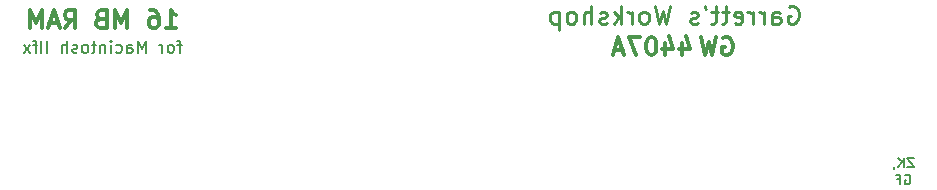
<source format=gbo>
G04 #@! TF.GenerationSoftware,KiCad,Pcbnew,(5.1.10-1-10_14)*
G04 #@! TF.CreationDate,2021-07-01T19:14:09-04:00*
G04 #@! TF.ProjectId,MacIIfxRAMSIMM,4d616349-4966-4785-9241-4d53494d4d2e,rev?*
G04 #@! TF.SameCoordinates,Original*
G04 #@! TF.FileFunction,Legend,Bot*
G04 #@! TF.FilePolarity,Positive*
%FSLAX46Y46*%
G04 Gerber Fmt 4.6, Leading zero omitted, Abs format (unit mm)*
G04 Created by KiCad (PCBNEW (5.1.10-1-10_14)) date 2021-07-01 19:14:09*
%MOMM*%
%LPD*%
G01*
G04 APERTURE LIST*
%ADD10C,0.203200*%
%ADD11C,0.225000*%
%ADD12C,0.300000*%
%ADD13C,0.175000*%
%ADD14C,2.150000*%
G04 APERTURE END LIST*
D10*
X166224857Y-124446695D02*
X165682990Y-124446695D01*
X166224857Y-125259495D01*
X165682990Y-125259495D01*
X165373352Y-125259495D02*
X165373352Y-124446695D01*
X164908895Y-125259495D02*
X165257238Y-124795038D01*
X164908895Y-124446695D02*
X165373352Y-124911152D01*
X164521847Y-125220790D02*
X164521847Y-125259495D01*
X164560552Y-125336904D01*
X164599257Y-125375609D01*
X165489466Y-125907800D02*
X165566876Y-125869095D01*
X165682990Y-125869095D01*
X165799104Y-125907800D01*
X165876514Y-125985209D01*
X165915219Y-126062619D01*
X165953923Y-126217438D01*
X165953923Y-126333552D01*
X165915219Y-126488371D01*
X165876514Y-126565780D01*
X165799104Y-126643190D01*
X165682990Y-126681895D01*
X165605580Y-126681895D01*
X165489466Y-126643190D01*
X165450761Y-126604485D01*
X165450761Y-126333552D01*
X165605580Y-126333552D01*
X164831485Y-126256142D02*
X165102419Y-126256142D01*
X165102419Y-126681895D02*
X165102419Y-125869095D01*
X164715371Y-125869095D01*
D11*
X155638500Y-111633000D02*
X155783642Y-111560428D01*
X156001357Y-111560428D01*
X156219071Y-111633000D01*
X156364214Y-111778142D01*
X156436785Y-111923285D01*
X156509357Y-112213571D01*
X156509357Y-112431285D01*
X156436785Y-112721571D01*
X156364214Y-112866714D01*
X156219071Y-113011857D01*
X156001357Y-113084428D01*
X155856214Y-113084428D01*
X155638500Y-113011857D01*
X155565928Y-112939285D01*
X155565928Y-112431285D01*
X155856214Y-112431285D01*
X154259642Y-113084428D02*
X154259642Y-112286142D01*
X154332214Y-112141000D01*
X154477357Y-112068428D01*
X154767642Y-112068428D01*
X154912785Y-112141000D01*
X154259642Y-113011857D02*
X154404785Y-113084428D01*
X154767642Y-113084428D01*
X154912785Y-113011857D01*
X154985357Y-112866714D01*
X154985357Y-112721571D01*
X154912785Y-112576428D01*
X154767642Y-112503857D01*
X154404785Y-112503857D01*
X154259642Y-112431285D01*
X153533928Y-113084428D02*
X153533928Y-112068428D01*
X153533928Y-112358714D02*
X153461357Y-112213571D01*
X153388785Y-112141000D01*
X153243642Y-112068428D01*
X153098500Y-112068428D01*
X152590500Y-113084428D02*
X152590500Y-112068428D01*
X152590500Y-112358714D02*
X152517928Y-112213571D01*
X152445357Y-112141000D01*
X152300214Y-112068428D01*
X152155071Y-112068428D01*
X151066500Y-113011857D02*
X151211642Y-113084428D01*
X151501928Y-113084428D01*
X151647071Y-113011857D01*
X151719642Y-112866714D01*
X151719642Y-112286142D01*
X151647071Y-112141000D01*
X151501928Y-112068428D01*
X151211642Y-112068428D01*
X151066500Y-112141000D01*
X150993928Y-112286142D01*
X150993928Y-112431285D01*
X151719642Y-112576428D01*
X150558500Y-112068428D02*
X149977928Y-112068428D01*
X150340785Y-111560428D02*
X150340785Y-112866714D01*
X150268214Y-113011857D01*
X150123071Y-113084428D01*
X149977928Y-113084428D01*
X149687642Y-112068428D02*
X149107071Y-112068428D01*
X149469928Y-111560428D02*
X149469928Y-112866714D01*
X149397357Y-113011857D01*
X149252214Y-113084428D01*
X149107071Y-113084428D01*
X148526500Y-111560428D02*
X148526500Y-111633000D01*
X148599071Y-111778142D01*
X148671642Y-111850714D01*
X147945928Y-113011857D02*
X147800785Y-113084428D01*
X147510500Y-113084428D01*
X147365357Y-113011857D01*
X147292785Y-112866714D01*
X147292785Y-112794142D01*
X147365357Y-112649000D01*
X147510500Y-112576428D01*
X147728214Y-112576428D01*
X147873357Y-112503857D01*
X147945928Y-112358714D01*
X147945928Y-112286142D01*
X147873357Y-112141000D01*
X147728214Y-112068428D01*
X147510500Y-112068428D01*
X147365357Y-112141000D01*
X145623642Y-111560428D02*
X145260785Y-113084428D01*
X144970500Y-111995857D01*
X144680214Y-113084428D01*
X144317357Y-111560428D01*
X143519071Y-113084428D02*
X143664214Y-113011857D01*
X143736785Y-112939285D01*
X143809357Y-112794142D01*
X143809357Y-112358714D01*
X143736785Y-112213571D01*
X143664214Y-112141000D01*
X143519071Y-112068428D01*
X143301357Y-112068428D01*
X143156214Y-112141000D01*
X143083642Y-112213571D01*
X143011071Y-112358714D01*
X143011071Y-112794142D01*
X143083642Y-112939285D01*
X143156214Y-113011857D01*
X143301357Y-113084428D01*
X143519071Y-113084428D01*
X142357928Y-113084428D02*
X142357928Y-112068428D01*
X142357928Y-112358714D02*
X142285357Y-112213571D01*
X142212785Y-112141000D01*
X142067642Y-112068428D01*
X141922500Y-112068428D01*
X141414500Y-113084428D02*
X141414500Y-111560428D01*
X141269357Y-112503857D02*
X140833928Y-113084428D01*
X140833928Y-112068428D02*
X141414500Y-112649000D01*
X140253357Y-113011857D02*
X140108214Y-113084428D01*
X139817928Y-113084428D01*
X139672785Y-113011857D01*
X139600214Y-112866714D01*
X139600214Y-112794142D01*
X139672785Y-112649000D01*
X139817928Y-112576428D01*
X140035642Y-112576428D01*
X140180785Y-112503857D01*
X140253357Y-112358714D01*
X140253357Y-112286142D01*
X140180785Y-112141000D01*
X140035642Y-112068428D01*
X139817928Y-112068428D01*
X139672785Y-112141000D01*
X138947071Y-113084428D02*
X138947071Y-111560428D01*
X138293928Y-113084428D02*
X138293928Y-112286142D01*
X138366500Y-112141000D01*
X138511642Y-112068428D01*
X138729357Y-112068428D01*
X138874500Y-112141000D01*
X138947071Y-112213571D01*
X137350500Y-113084428D02*
X137495642Y-113011857D01*
X137568214Y-112939285D01*
X137640785Y-112794142D01*
X137640785Y-112358714D01*
X137568214Y-112213571D01*
X137495642Y-112141000D01*
X137350500Y-112068428D01*
X137132785Y-112068428D01*
X136987642Y-112141000D01*
X136915071Y-112213571D01*
X136842500Y-112358714D01*
X136842500Y-112794142D01*
X136915071Y-112939285D01*
X136987642Y-113011857D01*
X137132785Y-113084428D01*
X137350500Y-113084428D01*
X136189357Y-112068428D02*
X136189357Y-113592428D01*
X136189357Y-112141000D02*
X136044214Y-112068428D01*
X135753928Y-112068428D01*
X135608785Y-112141000D01*
X135536214Y-112213571D01*
X135463642Y-112358714D01*
X135463642Y-112794142D01*
X135536214Y-112939285D01*
X135608785Y-113011857D01*
X135753928Y-113084428D01*
X136044214Y-113084428D01*
X136189357Y-113011857D01*
D12*
X150072642Y-114312000D02*
X150215499Y-114240571D01*
X150429785Y-114240571D01*
X150644071Y-114312000D01*
X150786928Y-114454857D01*
X150858356Y-114597714D01*
X150929785Y-114883428D01*
X150929785Y-115097714D01*
X150858356Y-115383428D01*
X150786928Y-115526285D01*
X150644071Y-115669142D01*
X150429785Y-115740571D01*
X150286928Y-115740571D01*
X150072642Y-115669142D01*
X150001214Y-115597714D01*
X150001214Y-115097714D01*
X150286928Y-115097714D01*
X149501214Y-114240571D02*
X149144071Y-115740571D01*
X148858356Y-114669142D01*
X148572642Y-115740571D01*
X148215499Y-114240571D01*
D10*
X104260952Y-114869685D02*
X103873904Y-114869685D01*
X104115809Y-115547019D02*
X104115809Y-114676161D01*
X104067428Y-114579400D01*
X103970666Y-114531019D01*
X103873904Y-114531019D01*
X103390095Y-115547019D02*
X103486857Y-115498638D01*
X103535238Y-115450257D01*
X103583619Y-115353495D01*
X103583619Y-115063209D01*
X103535238Y-114966447D01*
X103486857Y-114918066D01*
X103390095Y-114869685D01*
X103244952Y-114869685D01*
X103148190Y-114918066D01*
X103099809Y-114966447D01*
X103051428Y-115063209D01*
X103051428Y-115353495D01*
X103099809Y-115450257D01*
X103148190Y-115498638D01*
X103244952Y-115547019D01*
X103390095Y-115547019D01*
X102616000Y-115547019D02*
X102616000Y-114869685D01*
X102616000Y-115063209D02*
X102567619Y-114966447D01*
X102519238Y-114918066D01*
X102422476Y-114869685D01*
X102325714Y-114869685D01*
X101212952Y-115547019D02*
X101212952Y-114531019D01*
X100874285Y-115256733D01*
X100535619Y-114531019D01*
X100535619Y-115547019D01*
X99616380Y-115547019D02*
X99616380Y-115014828D01*
X99664761Y-114918066D01*
X99761523Y-114869685D01*
X99955047Y-114869685D01*
X100051809Y-114918066D01*
X99616380Y-115498638D02*
X99713142Y-115547019D01*
X99955047Y-115547019D01*
X100051809Y-115498638D01*
X100100190Y-115401876D01*
X100100190Y-115305114D01*
X100051809Y-115208352D01*
X99955047Y-115159971D01*
X99713142Y-115159971D01*
X99616380Y-115111590D01*
X98697142Y-115498638D02*
X98793904Y-115547019D01*
X98987428Y-115547019D01*
X99084190Y-115498638D01*
X99132571Y-115450257D01*
X99180952Y-115353495D01*
X99180952Y-115063209D01*
X99132571Y-114966447D01*
X99084190Y-114918066D01*
X98987428Y-114869685D01*
X98793904Y-114869685D01*
X98697142Y-114918066D01*
X98261714Y-115547019D02*
X98261714Y-114869685D01*
X98261714Y-114531019D02*
X98310095Y-114579400D01*
X98261714Y-114627780D01*
X98213333Y-114579400D01*
X98261714Y-114531019D01*
X98261714Y-114627780D01*
X97777904Y-114869685D02*
X97777904Y-115547019D01*
X97777904Y-114966447D02*
X97729523Y-114918066D01*
X97632761Y-114869685D01*
X97487619Y-114869685D01*
X97390857Y-114918066D01*
X97342476Y-115014828D01*
X97342476Y-115547019D01*
X97003809Y-114869685D02*
X96616761Y-114869685D01*
X96858666Y-114531019D02*
X96858666Y-115401876D01*
X96810285Y-115498638D01*
X96713523Y-115547019D01*
X96616761Y-115547019D01*
X96132952Y-115547019D02*
X96229714Y-115498638D01*
X96278095Y-115450257D01*
X96326476Y-115353495D01*
X96326476Y-115063209D01*
X96278095Y-114966447D01*
X96229714Y-114918066D01*
X96132952Y-114869685D01*
X95987809Y-114869685D01*
X95891047Y-114918066D01*
X95842666Y-114966447D01*
X95794285Y-115063209D01*
X95794285Y-115353495D01*
X95842666Y-115450257D01*
X95891047Y-115498638D01*
X95987809Y-115547019D01*
X96132952Y-115547019D01*
X95407238Y-115498638D02*
X95310476Y-115547019D01*
X95116952Y-115547019D01*
X95020190Y-115498638D01*
X94971809Y-115401876D01*
X94971809Y-115353495D01*
X95020190Y-115256733D01*
X95116952Y-115208352D01*
X95262095Y-115208352D01*
X95358857Y-115159971D01*
X95407238Y-115063209D01*
X95407238Y-115014828D01*
X95358857Y-114918066D01*
X95262095Y-114869685D01*
X95116952Y-114869685D01*
X95020190Y-114918066D01*
X94536380Y-115547019D02*
X94536380Y-114531019D01*
X94100952Y-115547019D02*
X94100952Y-115014828D01*
X94149333Y-114918066D01*
X94246095Y-114869685D01*
X94391238Y-114869685D01*
X94488000Y-114918066D01*
X94536380Y-114966447D01*
X92843047Y-115547019D02*
X92843047Y-114531019D01*
X92359238Y-115547019D02*
X92359238Y-114531019D01*
X92020571Y-114869685D02*
X91633523Y-114869685D01*
X91875428Y-115547019D02*
X91875428Y-114676161D01*
X91827047Y-114579400D01*
X91730285Y-114531019D01*
X91633523Y-114531019D01*
X91391619Y-115547019D02*
X90859428Y-114869685D01*
X91391619Y-114869685D02*
X90859428Y-115547019D01*
D12*
X102906285Y-113465428D02*
X103777142Y-113465428D01*
X103341714Y-113465428D02*
X103341714Y-111941428D01*
X103486857Y-112159142D01*
X103632000Y-112304285D01*
X103777142Y-112376857D01*
X101600000Y-111941428D02*
X101890285Y-111941428D01*
X102035428Y-112014000D01*
X102108000Y-112086571D01*
X102253142Y-112304285D01*
X102325714Y-112594571D01*
X102325714Y-113175142D01*
X102253142Y-113320285D01*
X102180571Y-113392857D01*
X102035428Y-113465428D01*
X101745142Y-113465428D01*
X101600000Y-113392857D01*
X101527428Y-113320285D01*
X101454857Y-113175142D01*
X101454857Y-112812285D01*
X101527428Y-112667142D01*
X101600000Y-112594571D01*
X101745142Y-112522000D01*
X102035428Y-112522000D01*
X102180571Y-112594571D01*
X102253142Y-112667142D01*
X102325714Y-112812285D01*
X99640571Y-113465428D02*
X99640571Y-111941428D01*
X99132571Y-113030000D01*
X98624571Y-111941428D01*
X98624571Y-113465428D01*
X97390857Y-112667142D02*
X97173142Y-112739714D01*
X97100571Y-112812285D01*
X97028000Y-112957428D01*
X97028000Y-113175142D01*
X97100571Y-113320285D01*
X97173142Y-113392857D01*
X97318285Y-113465428D01*
X97898857Y-113465428D01*
X97898857Y-111941428D01*
X97390857Y-111941428D01*
X97245714Y-112014000D01*
X97173142Y-112086571D01*
X97100571Y-112231714D01*
X97100571Y-112376857D01*
X97173142Y-112522000D01*
X97245714Y-112594571D01*
X97390857Y-112667142D01*
X97898857Y-112667142D01*
X94342857Y-113465428D02*
X94850857Y-112739714D01*
X95213714Y-113465428D02*
X95213714Y-111941428D01*
X94633142Y-111941428D01*
X94488000Y-112014000D01*
X94415428Y-112086571D01*
X94342857Y-112231714D01*
X94342857Y-112449428D01*
X94415428Y-112594571D01*
X94488000Y-112667142D01*
X94633142Y-112739714D01*
X95213714Y-112739714D01*
X93762285Y-113030000D02*
X93036571Y-113030000D01*
X93907428Y-113465428D02*
X93399428Y-111941428D01*
X92891428Y-113465428D01*
X92383428Y-113465428D02*
X92383428Y-111941428D01*
X91875428Y-113030000D01*
X91367428Y-111941428D01*
X91367428Y-113465428D01*
X146590786Y-114740571D02*
X146590786Y-115740571D01*
X146947928Y-114169142D02*
X147305071Y-115240571D01*
X146376500Y-115240571D01*
X145162214Y-114740571D02*
X145162214Y-115740571D01*
X145519357Y-114169142D02*
X145876500Y-115240571D01*
X144947928Y-115240571D01*
X144090786Y-114240571D02*
X143947928Y-114240571D01*
X143805071Y-114312000D01*
X143733643Y-114383428D01*
X143662214Y-114526285D01*
X143590786Y-114812000D01*
X143590786Y-115169142D01*
X143662214Y-115454857D01*
X143733643Y-115597714D01*
X143805071Y-115669142D01*
X143947928Y-115740571D01*
X144090786Y-115740571D01*
X144233643Y-115669142D01*
X144305071Y-115597714D01*
X144376500Y-115454857D01*
X144447928Y-115169142D01*
X144447928Y-114812000D01*
X144376500Y-114526285D01*
X144305071Y-114383428D01*
X144233643Y-114312000D01*
X144090786Y-114240571D01*
X143090786Y-114240571D02*
X142090786Y-114240571D01*
X142733643Y-115740571D01*
X141590786Y-115312000D02*
X140876500Y-115312000D01*
X141733643Y-115740571D02*
X141233643Y-114240571D01*
X140733643Y-115740571D01*
%LPC*%
D13*
G36*
X117475000Y-127635000D02*
G01*
X78105000Y-127635000D01*
X77597000Y-125031500D01*
X117983000Y-125031500D01*
X117475000Y-127635000D01*
G37*
X117475000Y-127635000D02*
X78105000Y-127635000D01*
X77597000Y-125031500D01*
X117983000Y-125031500D01*
X117475000Y-127635000D01*
G36*
X163195000Y-127635000D02*
G01*
X123825000Y-127635000D01*
X123317000Y-125031500D01*
X163703000Y-125031500D01*
X163195000Y-127635000D01*
G37*
X163195000Y-127635000D02*
X123825000Y-127635000D01*
X123317000Y-125031500D01*
X163703000Y-125031500D01*
X163195000Y-127635000D01*
D14*
X73406000Y-103886000D03*
G36*
G01*
X162599300Y-127233440D02*
X162599300Y-124988560D01*
G75*
G02*
X163075860Y-124512000I476560J0D01*
G01*
X163314140Y-124512000D01*
G75*
G02*
X163790700Y-124988560I0J-476560D01*
G01*
X163790700Y-127233440D01*
G75*
G02*
X163314140Y-127710000I-476560J0D01*
G01*
X163075860Y-127710000D01*
G75*
G02*
X162599300Y-127233440I0J476560D01*
G01*
G37*
G36*
G01*
X161329300Y-127233440D02*
X161329300Y-124988560D01*
G75*
G02*
X161805860Y-124512000I476560J0D01*
G01*
X162044140Y-124512000D01*
G75*
G02*
X162520700Y-124988560I0J-476560D01*
G01*
X162520700Y-127233440D01*
G75*
G02*
X162044140Y-127710000I-476560J0D01*
G01*
X161805860Y-127710000D01*
G75*
G02*
X161329300Y-127233440I0J476560D01*
G01*
G37*
G36*
G01*
X160059300Y-127233440D02*
X160059300Y-124988560D01*
G75*
G02*
X160535860Y-124512000I476560J0D01*
G01*
X160774140Y-124512000D01*
G75*
G02*
X161250700Y-124988560I0J-476560D01*
G01*
X161250700Y-127233440D01*
G75*
G02*
X160774140Y-127710000I-476560J0D01*
G01*
X160535860Y-127710000D01*
G75*
G02*
X160059300Y-127233440I0J476560D01*
G01*
G37*
G36*
G01*
X158789300Y-127233440D02*
X158789300Y-124988560D01*
G75*
G02*
X159265860Y-124512000I476560J0D01*
G01*
X159504140Y-124512000D01*
G75*
G02*
X159980700Y-124988560I0J-476560D01*
G01*
X159980700Y-127233440D01*
G75*
G02*
X159504140Y-127710000I-476560J0D01*
G01*
X159265860Y-127710000D01*
G75*
G02*
X158789300Y-127233440I0J476560D01*
G01*
G37*
G36*
G01*
X157519300Y-127233440D02*
X157519300Y-124988560D01*
G75*
G02*
X157995860Y-124512000I476560J0D01*
G01*
X158234140Y-124512000D01*
G75*
G02*
X158710700Y-124988560I0J-476560D01*
G01*
X158710700Y-127233440D01*
G75*
G02*
X158234140Y-127710000I-476560J0D01*
G01*
X157995860Y-127710000D01*
G75*
G02*
X157519300Y-127233440I0J476560D01*
G01*
G37*
G36*
G01*
X156249300Y-127233440D02*
X156249300Y-124988560D01*
G75*
G02*
X156725860Y-124512000I476560J0D01*
G01*
X156964140Y-124512000D01*
G75*
G02*
X157440700Y-124988560I0J-476560D01*
G01*
X157440700Y-127233440D01*
G75*
G02*
X156964140Y-127710000I-476560J0D01*
G01*
X156725860Y-127710000D01*
G75*
G02*
X156249300Y-127233440I0J476560D01*
G01*
G37*
G36*
G01*
X154979300Y-127233440D02*
X154979300Y-124988560D01*
G75*
G02*
X155455860Y-124512000I476560J0D01*
G01*
X155694140Y-124512000D01*
G75*
G02*
X156170700Y-124988560I0J-476560D01*
G01*
X156170700Y-127233440D01*
G75*
G02*
X155694140Y-127710000I-476560J0D01*
G01*
X155455860Y-127710000D01*
G75*
G02*
X154979300Y-127233440I0J476560D01*
G01*
G37*
G36*
G01*
X153709300Y-127233440D02*
X153709300Y-124988560D01*
G75*
G02*
X154185860Y-124512000I476560J0D01*
G01*
X154424140Y-124512000D01*
G75*
G02*
X154900700Y-124988560I0J-476560D01*
G01*
X154900700Y-127233440D01*
G75*
G02*
X154424140Y-127710000I-476560J0D01*
G01*
X154185860Y-127710000D01*
G75*
G02*
X153709300Y-127233440I0J476560D01*
G01*
G37*
G36*
G01*
X152439300Y-127233440D02*
X152439300Y-124988560D01*
G75*
G02*
X152915860Y-124512000I476560J0D01*
G01*
X153154140Y-124512000D01*
G75*
G02*
X153630700Y-124988560I0J-476560D01*
G01*
X153630700Y-127233440D01*
G75*
G02*
X153154140Y-127710000I-476560J0D01*
G01*
X152915860Y-127710000D01*
G75*
G02*
X152439300Y-127233440I0J476560D01*
G01*
G37*
G36*
G01*
X151169300Y-127233440D02*
X151169300Y-124988560D01*
G75*
G02*
X151645860Y-124512000I476560J0D01*
G01*
X151884140Y-124512000D01*
G75*
G02*
X152360700Y-124988560I0J-476560D01*
G01*
X152360700Y-127233440D01*
G75*
G02*
X151884140Y-127710000I-476560J0D01*
G01*
X151645860Y-127710000D01*
G75*
G02*
X151169300Y-127233440I0J476560D01*
G01*
G37*
G36*
G01*
X149899300Y-127233440D02*
X149899300Y-124988560D01*
G75*
G02*
X150375860Y-124512000I476560J0D01*
G01*
X150614140Y-124512000D01*
G75*
G02*
X151090700Y-124988560I0J-476560D01*
G01*
X151090700Y-127233440D01*
G75*
G02*
X150614140Y-127710000I-476560J0D01*
G01*
X150375860Y-127710000D01*
G75*
G02*
X149899300Y-127233440I0J476560D01*
G01*
G37*
G36*
G01*
X148629300Y-127233440D02*
X148629300Y-124988560D01*
G75*
G02*
X149105860Y-124512000I476560J0D01*
G01*
X149344140Y-124512000D01*
G75*
G02*
X149820700Y-124988560I0J-476560D01*
G01*
X149820700Y-127233440D01*
G75*
G02*
X149344140Y-127710000I-476560J0D01*
G01*
X149105860Y-127710000D01*
G75*
G02*
X148629300Y-127233440I0J476560D01*
G01*
G37*
G36*
G01*
X147359300Y-127233440D02*
X147359300Y-124988560D01*
G75*
G02*
X147835860Y-124512000I476560J0D01*
G01*
X148074140Y-124512000D01*
G75*
G02*
X148550700Y-124988560I0J-476560D01*
G01*
X148550700Y-127233440D01*
G75*
G02*
X148074140Y-127710000I-476560J0D01*
G01*
X147835860Y-127710000D01*
G75*
G02*
X147359300Y-127233440I0J476560D01*
G01*
G37*
G36*
G01*
X146089300Y-127233440D02*
X146089300Y-124988560D01*
G75*
G02*
X146565860Y-124512000I476560J0D01*
G01*
X146804140Y-124512000D01*
G75*
G02*
X147280700Y-124988560I0J-476560D01*
G01*
X147280700Y-127233440D01*
G75*
G02*
X146804140Y-127710000I-476560J0D01*
G01*
X146565860Y-127710000D01*
G75*
G02*
X146089300Y-127233440I0J476560D01*
G01*
G37*
G36*
G01*
X144819300Y-127233440D02*
X144819300Y-124988560D01*
G75*
G02*
X145295860Y-124512000I476560J0D01*
G01*
X145534140Y-124512000D01*
G75*
G02*
X146010700Y-124988560I0J-476560D01*
G01*
X146010700Y-127233440D01*
G75*
G02*
X145534140Y-127710000I-476560J0D01*
G01*
X145295860Y-127710000D01*
G75*
G02*
X144819300Y-127233440I0J476560D01*
G01*
G37*
G36*
G01*
X143549300Y-127233440D02*
X143549300Y-124988560D01*
G75*
G02*
X144025860Y-124512000I476560J0D01*
G01*
X144264140Y-124512000D01*
G75*
G02*
X144740700Y-124988560I0J-476560D01*
G01*
X144740700Y-127233440D01*
G75*
G02*
X144264140Y-127710000I-476560J0D01*
G01*
X144025860Y-127710000D01*
G75*
G02*
X143549300Y-127233440I0J476560D01*
G01*
G37*
G36*
G01*
X142279300Y-127233440D02*
X142279300Y-124988560D01*
G75*
G02*
X142755860Y-124512000I476560J0D01*
G01*
X142994140Y-124512000D01*
G75*
G02*
X143470700Y-124988560I0J-476560D01*
G01*
X143470700Y-127233440D01*
G75*
G02*
X142994140Y-127710000I-476560J0D01*
G01*
X142755860Y-127710000D01*
G75*
G02*
X142279300Y-127233440I0J476560D01*
G01*
G37*
G36*
G01*
X141009300Y-127233440D02*
X141009300Y-124988560D01*
G75*
G02*
X141485860Y-124512000I476560J0D01*
G01*
X141724140Y-124512000D01*
G75*
G02*
X142200700Y-124988560I0J-476560D01*
G01*
X142200700Y-127233440D01*
G75*
G02*
X141724140Y-127710000I-476560J0D01*
G01*
X141485860Y-127710000D01*
G75*
G02*
X141009300Y-127233440I0J476560D01*
G01*
G37*
G36*
G01*
X139739300Y-127233440D02*
X139739300Y-124988560D01*
G75*
G02*
X140215860Y-124512000I476560J0D01*
G01*
X140454140Y-124512000D01*
G75*
G02*
X140930700Y-124988560I0J-476560D01*
G01*
X140930700Y-127233440D01*
G75*
G02*
X140454140Y-127710000I-476560J0D01*
G01*
X140215860Y-127710000D01*
G75*
G02*
X139739300Y-127233440I0J476560D01*
G01*
G37*
G36*
G01*
X138469300Y-127233440D02*
X138469300Y-124988560D01*
G75*
G02*
X138945860Y-124512000I476560J0D01*
G01*
X139184140Y-124512000D01*
G75*
G02*
X139660700Y-124988560I0J-476560D01*
G01*
X139660700Y-127233440D01*
G75*
G02*
X139184140Y-127710000I-476560J0D01*
G01*
X138945860Y-127710000D01*
G75*
G02*
X138469300Y-127233440I0J476560D01*
G01*
G37*
G36*
G01*
X137199300Y-127233440D02*
X137199300Y-124988560D01*
G75*
G02*
X137675860Y-124512000I476560J0D01*
G01*
X137914140Y-124512000D01*
G75*
G02*
X138390700Y-124988560I0J-476560D01*
G01*
X138390700Y-127233440D01*
G75*
G02*
X137914140Y-127710000I-476560J0D01*
G01*
X137675860Y-127710000D01*
G75*
G02*
X137199300Y-127233440I0J476560D01*
G01*
G37*
G36*
G01*
X135929300Y-127233440D02*
X135929300Y-124988560D01*
G75*
G02*
X136405860Y-124512000I476560J0D01*
G01*
X136644140Y-124512000D01*
G75*
G02*
X137120700Y-124988560I0J-476560D01*
G01*
X137120700Y-127233440D01*
G75*
G02*
X136644140Y-127710000I-476560J0D01*
G01*
X136405860Y-127710000D01*
G75*
G02*
X135929300Y-127233440I0J476560D01*
G01*
G37*
G36*
G01*
X134659300Y-127233440D02*
X134659300Y-124988560D01*
G75*
G02*
X135135860Y-124512000I476560J0D01*
G01*
X135374140Y-124512000D01*
G75*
G02*
X135850700Y-124988560I0J-476560D01*
G01*
X135850700Y-127233440D01*
G75*
G02*
X135374140Y-127710000I-476560J0D01*
G01*
X135135860Y-127710000D01*
G75*
G02*
X134659300Y-127233440I0J476560D01*
G01*
G37*
G36*
G01*
X133389300Y-127233440D02*
X133389300Y-124988560D01*
G75*
G02*
X133865860Y-124512000I476560J0D01*
G01*
X134104140Y-124512000D01*
G75*
G02*
X134580700Y-124988560I0J-476560D01*
G01*
X134580700Y-127233440D01*
G75*
G02*
X134104140Y-127710000I-476560J0D01*
G01*
X133865860Y-127710000D01*
G75*
G02*
X133389300Y-127233440I0J476560D01*
G01*
G37*
G36*
G01*
X132119300Y-127233440D02*
X132119300Y-124988560D01*
G75*
G02*
X132595860Y-124512000I476560J0D01*
G01*
X132834140Y-124512000D01*
G75*
G02*
X133310700Y-124988560I0J-476560D01*
G01*
X133310700Y-127233440D01*
G75*
G02*
X132834140Y-127710000I-476560J0D01*
G01*
X132595860Y-127710000D01*
G75*
G02*
X132119300Y-127233440I0J476560D01*
G01*
G37*
G36*
G01*
X130849300Y-127233440D02*
X130849300Y-124988560D01*
G75*
G02*
X131325860Y-124512000I476560J0D01*
G01*
X131564140Y-124512000D01*
G75*
G02*
X132040700Y-124988560I0J-476560D01*
G01*
X132040700Y-127233440D01*
G75*
G02*
X131564140Y-127710000I-476560J0D01*
G01*
X131325860Y-127710000D01*
G75*
G02*
X130849300Y-127233440I0J476560D01*
G01*
G37*
G36*
G01*
X129579300Y-127233440D02*
X129579300Y-124988560D01*
G75*
G02*
X130055860Y-124512000I476560J0D01*
G01*
X130294140Y-124512000D01*
G75*
G02*
X130770700Y-124988560I0J-476560D01*
G01*
X130770700Y-127233440D01*
G75*
G02*
X130294140Y-127710000I-476560J0D01*
G01*
X130055860Y-127710000D01*
G75*
G02*
X129579300Y-127233440I0J476560D01*
G01*
G37*
G36*
G01*
X128309300Y-127233440D02*
X128309300Y-124988560D01*
G75*
G02*
X128785860Y-124512000I476560J0D01*
G01*
X129024140Y-124512000D01*
G75*
G02*
X129500700Y-124988560I0J-476560D01*
G01*
X129500700Y-127233440D01*
G75*
G02*
X129024140Y-127710000I-476560J0D01*
G01*
X128785860Y-127710000D01*
G75*
G02*
X128309300Y-127233440I0J476560D01*
G01*
G37*
G36*
G01*
X127039300Y-127233440D02*
X127039300Y-124988560D01*
G75*
G02*
X127515860Y-124512000I476560J0D01*
G01*
X127754140Y-124512000D01*
G75*
G02*
X128230700Y-124988560I0J-476560D01*
G01*
X128230700Y-127233440D01*
G75*
G02*
X127754140Y-127710000I-476560J0D01*
G01*
X127515860Y-127710000D01*
G75*
G02*
X127039300Y-127233440I0J476560D01*
G01*
G37*
G36*
G01*
X125769300Y-127233440D02*
X125769300Y-124988560D01*
G75*
G02*
X126245860Y-124512000I476560J0D01*
G01*
X126484140Y-124512000D01*
G75*
G02*
X126960700Y-124988560I0J-476560D01*
G01*
X126960700Y-127233440D01*
G75*
G02*
X126484140Y-127710000I-476560J0D01*
G01*
X126245860Y-127710000D01*
G75*
G02*
X125769300Y-127233440I0J476560D01*
G01*
G37*
G36*
G01*
X124499300Y-127233440D02*
X124499300Y-124988560D01*
G75*
G02*
X124975860Y-124512000I476560J0D01*
G01*
X125214140Y-124512000D01*
G75*
G02*
X125690700Y-124988560I0J-476560D01*
G01*
X125690700Y-127233440D01*
G75*
G02*
X125214140Y-127710000I-476560J0D01*
G01*
X124975860Y-127710000D01*
G75*
G02*
X124499300Y-127233440I0J476560D01*
G01*
G37*
G36*
G01*
X123229300Y-127233440D02*
X123229300Y-124988560D01*
G75*
G02*
X123705860Y-124512000I476560J0D01*
G01*
X123944140Y-124512000D01*
G75*
G02*
X124420700Y-124988560I0J-476560D01*
G01*
X124420700Y-127233440D01*
G75*
G02*
X123944140Y-127710000I-476560J0D01*
G01*
X123705860Y-127710000D01*
G75*
G02*
X123229300Y-127233440I0J476560D01*
G01*
G37*
G36*
G01*
X116879300Y-127233440D02*
X116879300Y-124988560D01*
G75*
G02*
X117355860Y-124512000I476560J0D01*
G01*
X117594140Y-124512000D01*
G75*
G02*
X118070700Y-124988560I0J-476560D01*
G01*
X118070700Y-127233440D01*
G75*
G02*
X117594140Y-127710000I-476560J0D01*
G01*
X117355860Y-127710000D01*
G75*
G02*
X116879300Y-127233440I0J476560D01*
G01*
G37*
G36*
G01*
X115609300Y-127233440D02*
X115609300Y-124988560D01*
G75*
G02*
X116085860Y-124512000I476560J0D01*
G01*
X116324140Y-124512000D01*
G75*
G02*
X116800700Y-124988560I0J-476560D01*
G01*
X116800700Y-127233440D01*
G75*
G02*
X116324140Y-127710000I-476560J0D01*
G01*
X116085860Y-127710000D01*
G75*
G02*
X115609300Y-127233440I0J476560D01*
G01*
G37*
G36*
G01*
X114339300Y-127233440D02*
X114339300Y-124988560D01*
G75*
G02*
X114815860Y-124512000I476560J0D01*
G01*
X115054140Y-124512000D01*
G75*
G02*
X115530700Y-124988560I0J-476560D01*
G01*
X115530700Y-127233440D01*
G75*
G02*
X115054140Y-127710000I-476560J0D01*
G01*
X114815860Y-127710000D01*
G75*
G02*
X114339300Y-127233440I0J476560D01*
G01*
G37*
G36*
G01*
X113069300Y-127233440D02*
X113069300Y-124988560D01*
G75*
G02*
X113545860Y-124512000I476560J0D01*
G01*
X113784140Y-124512000D01*
G75*
G02*
X114260700Y-124988560I0J-476560D01*
G01*
X114260700Y-127233440D01*
G75*
G02*
X113784140Y-127710000I-476560J0D01*
G01*
X113545860Y-127710000D01*
G75*
G02*
X113069300Y-127233440I0J476560D01*
G01*
G37*
G36*
G01*
X111799300Y-127233440D02*
X111799300Y-124988560D01*
G75*
G02*
X112275860Y-124512000I476560J0D01*
G01*
X112514140Y-124512000D01*
G75*
G02*
X112990700Y-124988560I0J-476560D01*
G01*
X112990700Y-127233440D01*
G75*
G02*
X112514140Y-127710000I-476560J0D01*
G01*
X112275860Y-127710000D01*
G75*
G02*
X111799300Y-127233440I0J476560D01*
G01*
G37*
G36*
G01*
X110529300Y-127233440D02*
X110529300Y-124988560D01*
G75*
G02*
X111005860Y-124512000I476560J0D01*
G01*
X111244140Y-124512000D01*
G75*
G02*
X111720700Y-124988560I0J-476560D01*
G01*
X111720700Y-127233440D01*
G75*
G02*
X111244140Y-127710000I-476560J0D01*
G01*
X111005860Y-127710000D01*
G75*
G02*
X110529300Y-127233440I0J476560D01*
G01*
G37*
G36*
G01*
X109259300Y-127233440D02*
X109259300Y-124988560D01*
G75*
G02*
X109735860Y-124512000I476560J0D01*
G01*
X109974140Y-124512000D01*
G75*
G02*
X110450700Y-124988560I0J-476560D01*
G01*
X110450700Y-127233440D01*
G75*
G02*
X109974140Y-127710000I-476560J0D01*
G01*
X109735860Y-127710000D01*
G75*
G02*
X109259300Y-127233440I0J476560D01*
G01*
G37*
G36*
G01*
X107989300Y-127233440D02*
X107989300Y-124988560D01*
G75*
G02*
X108465860Y-124512000I476560J0D01*
G01*
X108704140Y-124512000D01*
G75*
G02*
X109180700Y-124988560I0J-476560D01*
G01*
X109180700Y-127233440D01*
G75*
G02*
X108704140Y-127710000I-476560J0D01*
G01*
X108465860Y-127710000D01*
G75*
G02*
X107989300Y-127233440I0J476560D01*
G01*
G37*
G36*
G01*
X106719300Y-127233440D02*
X106719300Y-124988560D01*
G75*
G02*
X107195860Y-124512000I476560J0D01*
G01*
X107434140Y-124512000D01*
G75*
G02*
X107910700Y-124988560I0J-476560D01*
G01*
X107910700Y-127233440D01*
G75*
G02*
X107434140Y-127710000I-476560J0D01*
G01*
X107195860Y-127710000D01*
G75*
G02*
X106719300Y-127233440I0J476560D01*
G01*
G37*
G36*
G01*
X105449300Y-127233440D02*
X105449300Y-124988560D01*
G75*
G02*
X105925860Y-124512000I476560J0D01*
G01*
X106164140Y-124512000D01*
G75*
G02*
X106640700Y-124988560I0J-476560D01*
G01*
X106640700Y-127233440D01*
G75*
G02*
X106164140Y-127710000I-476560J0D01*
G01*
X105925860Y-127710000D01*
G75*
G02*
X105449300Y-127233440I0J476560D01*
G01*
G37*
G36*
G01*
X104179300Y-127233440D02*
X104179300Y-124988560D01*
G75*
G02*
X104655860Y-124512000I476560J0D01*
G01*
X104894140Y-124512000D01*
G75*
G02*
X105370700Y-124988560I0J-476560D01*
G01*
X105370700Y-127233440D01*
G75*
G02*
X104894140Y-127710000I-476560J0D01*
G01*
X104655860Y-127710000D01*
G75*
G02*
X104179300Y-127233440I0J476560D01*
G01*
G37*
G36*
G01*
X102909300Y-127233440D02*
X102909300Y-124988560D01*
G75*
G02*
X103385860Y-124512000I476560J0D01*
G01*
X103624140Y-124512000D01*
G75*
G02*
X104100700Y-124988560I0J-476560D01*
G01*
X104100700Y-127233440D01*
G75*
G02*
X103624140Y-127710000I-476560J0D01*
G01*
X103385860Y-127710000D01*
G75*
G02*
X102909300Y-127233440I0J476560D01*
G01*
G37*
G36*
G01*
X101639300Y-127233440D02*
X101639300Y-124988560D01*
G75*
G02*
X102115860Y-124512000I476560J0D01*
G01*
X102354140Y-124512000D01*
G75*
G02*
X102830700Y-124988560I0J-476560D01*
G01*
X102830700Y-127233440D01*
G75*
G02*
X102354140Y-127710000I-476560J0D01*
G01*
X102115860Y-127710000D01*
G75*
G02*
X101639300Y-127233440I0J476560D01*
G01*
G37*
G36*
G01*
X100369300Y-127233440D02*
X100369300Y-124988560D01*
G75*
G02*
X100845860Y-124512000I476560J0D01*
G01*
X101084140Y-124512000D01*
G75*
G02*
X101560700Y-124988560I0J-476560D01*
G01*
X101560700Y-127233440D01*
G75*
G02*
X101084140Y-127710000I-476560J0D01*
G01*
X100845860Y-127710000D01*
G75*
G02*
X100369300Y-127233440I0J476560D01*
G01*
G37*
G36*
G01*
X99099300Y-127233440D02*
X99099300Y-124988560D01*
G75*
G02*
X99575860Y-124512000I476560J0D01*
G01*
X99814140Y-124512000D01*
G75*
G02*
X100290700Y-124988560I0J-476560D01*
G01*
X100290700Y-127233440D01*
G75*
G02*
X99814140Y-127710000I-476560J0D01*
G01*
X99575860Y-127710000D01*
G75*
G02*
X99099300Y-127233440I0J476560D01*
G01*
G37*
G36*
G01*
X97829300Y-127233440D02*
X97829300Y-124988560D01*
G75*
G02*
X98305860Y-124512000I476560J0D01*
G01*
X98544140Y-124512000D01*
G75*
G02*
X99020700Y-124988560I0J-476560D01*
G01*
X99020700Y-127233440D01*
G75*
G02*
X98544140Y-127710000I-476560J0D01*
G01*
X98305860Y-127710000D01*
G75*
G02*
X97829300Y-127233440I0J476560D01*
G01*
G37*
G36*
G01*
X96559300Y-127233440D02*
X96559300Y-124988560D01*
G75*
G02*
X97035860Y-124512000I476560J0D01*
G01*
X97274140Y-124512000D01*
G75*
G02*
X97750700Y-124988560I0J-476560D01*
G01*
X97750700Y-127233440D01*
G75*
G02*
X97274140Y-127710000I-476560J0D01*
G01*
X97035860Y-127710000D01*
G75*
G02*
X96559300Y-127233440I0J476560D01*
G01*
G37*
G36*
G01*
X95289300Y-127233440D02*
X95289300Y-124988560D01*
G75*
G02*
X95765860Y-124512000I476560J0D01*
G01*
X96004140Y-124512000D01*
G75*
G02*
X96480700Y-124988560I0J-476560D01*
G01*
X96480700Y-127233440D01*
G75*
G02*
X96004140Y-127710000I-476560J0D01*
G01*
X95765860Y-127710000D01*
G75*
G02*
X95289300Y-127233440I0J476560D01*
G01*
G37*
G36*
G01*
X94019300Y-127233440D02*
X94019300Y-124988560D01*
G75*
G02*
X94495860Y-124512000I476560J0D01*
G01*
X94734140Y-124512000D01*
G75*
G02*
X95210700Y-124988560I0J-476560D01*
G01*
X95210700Y-127233440D01*
G75*
G02*
X94734140Y-127710000I-476560J0D01*
G01*
X94495860Y-127710000D01*
G75*
G02*
X94019300Y-127233440I0J476560D01*
G01*
G37*
G36*
G01*
X92749300Y-127233440D02*
X92749300Y-124988560D01*
G75*
G02*
X93225860Y-124512000I476560J0D01*
G01*
X93464140Y-124512000D01*
G75*
G02*
X93940700Y-124988560I0J-476560D01*
G01*
X93940700Y-127233440D01*
G75*
G02*
X93464140Y-127710000I-476560J0D01*
G01*
X93225860Y-127710000D01*
G75*
G02*
X92749300Y-127233440I0J476560D01*
G01*
G37*
G36*
G01*
X91479300Y-127233440D02*
X91479300Y-124988560D01*
G75*
G02*
X91955860Y-124512000I476560J0D01*
G01*
X92194140Y-124512000D01*
G75*
G02*
X92670700Y-124988560I0J-476560D01*
G01*
X92670700Y-127233440D01*
G75*
G02*
X92194140Y-127710000I-476560J0D01*
G01*
X91955860Y-127710000D01*
G75*
G02*
X91479300Y-127233440I0J476560D01*
G01*
G37*
G36*
G01*
X90209300Y-127233440D02*
X90209300Y-124988560D01*
G75*
G02*
X90685860Y-124512000I476560J0D01*
G01*
X90924140Y-124512000D01*
G75*
G02*
X91400700Y-124988560I0J-476560D01*
G01*
X91400700Y-127233440D01*
G75*
G02*
X90924140Y-127710000I-476560J0D01*
G01*
X90685860Y-127710000D01*
G75*
G02*
X90209300Y-127233440I0J476560D01*
G01*
G37*
G36*
G01*
X88939300Y-127233440D02*
X88939300Y-124988560D01*
G75*
G02*
X89415860Y-124512000I476560J0D01*
G01*
X89654140Y-124512000D01*
G75*
G02*
X90130700Y-124988560I0J-476560D01*
G01*
X90130700Y-127233440D01*
G75*
G02*
X89654140Y-127710000I-476560J0D01*
G01*
X89415860Y-127710000D01*
G75*
G02*
X88939300Y-127233440I0J476560D01*
G01*
G37*
G36*
G01*
X87669300Y-127233440D02*
X87669300Y-124988560D01*
G75*
G02*
X88145860Y-124512000I476560J0D01*
G01*
X88384140Y-124512000D01*
G75*
G02*
X88860700Y-124988560I0J-476560D01*
G01*
X88860700Y-127233440D01*
G75*
G02*
X88384140Y-127710000I-476560J0D01*
G01*
X88145860Y-127710000D01*
G75*
G02*
X87669300Y-127233440I0J476560D01*
G01*
G37*
G36*
G01*
X86399300Y-127233440D02*
X86399300Y-124988560D01*
G75*
G02*
X86875860Y-124512000I476560J0D01*
G01*
X87114140Y-124512000D01*
G75*
G02*
X87590700Y-124988560I0J-476560D01*
G01*
X87590700Y-127233440D01*
G75*
G02*
X87114140Y-127710000I-476560J0D01*
G01*
X86875860Y-127710000D01*
G75*
G02*
X86399300Y-127233440I0J476560D01*
G01*
G37*
G36*
G01*
X85129300Y-127233440D02*
X85129300Y-124988560D01*
G75*
G02*
X85605860Y-124512000I476560J0D01*
G01*
X85844140Y-124512000D01*
G75*
G02*
X86320700Y-124988560I0J-476560D01*
G01*
X86320700Y-127233440D01*
G75*
G02*
X85844140Y-127710000I-476560J0D01*
G01*
X85605860Y-127710000D01*
G75*
G02*
X85129300Y-127233440I0J476560D01*
G01*
G37*
G36*
G01*
X83859300Y-127233440D02*
X83859300Y-124988560D01*
G75*
G02*
X84335860Y-124512000I476560J0D01*
G01*
X84574140Y-124512000D01*
G75*
G02*
X85050700Y-124988560I0J-476560D01*
G01*
X85050700Y-127233440D01*
G75*
G02*
X84574140Y-127710000I-476560J0D01*
G01*
X84335860Y-127710000D01*
G75*
G02*
X83859300Y-127233440I0J476560D01*
G01*
G37*
G36*
G01*
X82589300Y-127233440D02*
X82589300Y-124988560D01*
G75*
G02*
X83065860Y-124512000I476560J0D01*
G01*
X83304140Y-124512000D01*
G75*
G02*
X83780700Y-124988560I0J-476560D01*
G01*
X83780700Y-127233440D01*
G75*
G02*
X83304140Y-127710000I-476560J0D01*
G01*
X83065860Y-127710000D01*
G75*
G02*
X82589300Y-127233440I0J476560D01*
G01*
G37*
G36*
G01*
X81319300Y-127233440D02*
X81319300Y-124988560D01*
G75*
G02*
X81795860Y-124512000I476560J0D01*
G01*
X82034140Y-124512000D01*
G75*
G02*
X82510700Y-124988560I0J-476560D01*
G01*
X82510700Y-127233440D01*
G75*
G02*
X82034140Y-127710000I-476560J0D01*
G01*
X81795860Y-127710000D01*
G75*
G02*
X81319300Y-127233440I0J476560D01*
G01*
G37*
G36*
G01*
X80049300Y-127233440D02*
X80049300Y-124988560D01*
G75*
G02*
X80525860Y-124512000I476560J0D01*
G01*
X80764140Y-124512000D01*
G75*
G02*
X81240700Y-124988560I0J-476560D01*
G01*
X81240700Y-127233440D01*
G75*
G02*
X80764140Y-127710000I-476560J0D01*
G01*
X80525860Y-127710000D01*
G75*
G02*
X80049300Y-127233440I0J476560D01*
G01*
G37*
G36*
G01*
X78779300Y-127233440D02*
X78779300Y-124988560D01*
G75*
G02*
X79255860Y-124512000I476560J0D01*
G01*
X79494140Y-124512000D01*
G75*
G02*
X79970700Y-124988560I0J-476560D01*
G01*
X79970700Y-127233440D01*
G75*
G02*
X79494140Y-127710000I-476560J0D01*
G01*
X79255860Y-127710000D01*
G75*
G02*
X78779300Y-127233440I0J476560D01*
G01*
G37*
G36*
G01*
X77509300Y-127233440D02*
X77509300Y-124988560D01*
G75*
G02*
X77985860Y-124512000I476560J0D01*
G01*
X78224140Y-124512000D01*
G75*
G02*
X78700700Y-124988560I0J-476560D01*
G01*
X78700700Y-127233440D01*
G75*
G02*
X78224140Y-127710000I-476560J0D01*
G01*
X77985860Y-127710000D01*
G75*
G02*
X77509300Y-127233440I0J476560D01*
G01*
G37*
X75438000Y-125984000D03*
X167894000Y-125984000D03*
X167894000Y-103886000D03*
M02*

</source>
